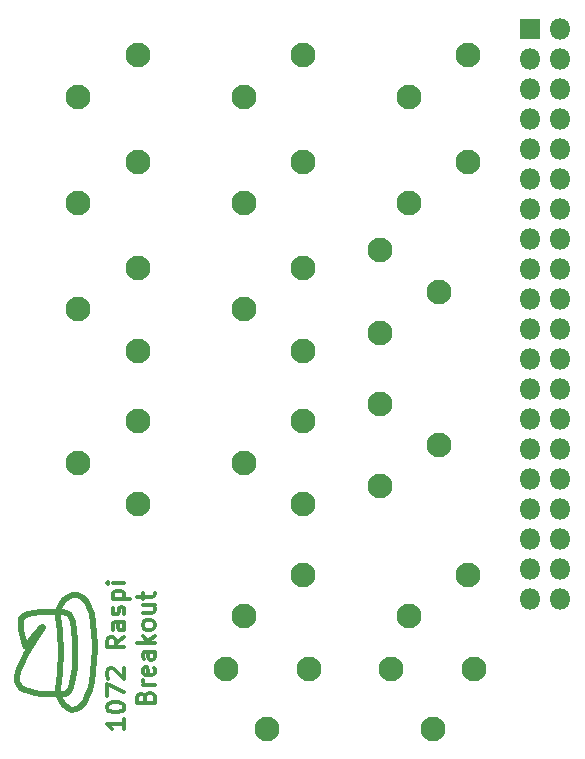
<source format=gbr>
%TF.GenerationSoftware,KiCad,Pcbnew,(5.1.6)-1*%
%TF.CreationDate,2022-01-17T21:19:15-08:00*%
%TF.ProjectId,PCB,5043422e-6b69-4636-9164-5f7063625858,rev?*%
%TF.SameCoordinates,Original*%
%TF.FileFunction,Soldermask,Top*%
%TF.FilePolarity,Negative*%
%FSLAX46Y46*%
G04 Gerber Fmt 4.6, Leading zero omitted, Abs format (unit mm)*
G04 Created by KiCad (PCBNEW (5.1.6)-1) date 2022-01-17 21:19:15*
%MOMM*%
%LPD*%
G01*
G04 APERTURE LIST*
%ADD10C,0.480000*%
%ADD11C,0.300000*%
%ADD12O,1.800000X1.800000*%
%ADD13R,1.800000X1.800000*%
%ADD14C,2.100000*%
G04 APERTURE END LIST*
D10*
X117982480Y-109445080D02*
X117506160Y-109546040D01*
X121473360Y-113041240D02*
X121473360Y-113041240D01*
X121472080Y-113176280D02*
X121473360Y-113041240D01*
X120787840Y-116207280D02*
X120904800Y-116129800D01*
X120129840Y-116513480D02*
X120111160Y-116431440D01*
X121458600Y-113580760D02*
X121472080Y-113176280D01*
X120604680Y-116287360D02*
X120787840Y-116207280D01*
X123130276Y-112052320D02*
X123129188Y-112332480D01*
X121375280Y-114577920D02*
X121425400Y-114096360D01*
X121310160Y-115014360D02*
X121375280Y-114577920D01*
X121611400Y-107959200D02*
X121896560Y-108034760D01*
X121232280Y-115395200D02*
X121310160Y-115014360D01*
X120938200Y-116098120D02*
X120971000Y-116067280D01*
X121044320Y-115947720D02*
X121142880Y-115709880D01*
X120904800Y-116129800D02*
X120938200Y-116098120D01*
X120381600Y-116356160D02*
X120604680Y-116287360D01*
X123004840Y-110283200D02*
X123099028Y-111211000D01*
X121142880Y-115709880D02*
X121232280Y-115395200D01*
X121240720Y-117644120D02*
X120988800Y-117590736D01*
X122704712Y-115978520D02*
X122500932Y-116536680D01*
X122856188Y-109534520D02*
X123004840Y-110283200D01*
X123095556Y-113473760D02*
X123008968Y-114456000D01*
X121896560Y-108034760D02*
X122172812Y-108215080D01*
X123099028Y-111211000D02*
X123130276Y-112052320D01*
X122661744Y-108950320D02*
X122856188Y-109534520D01*
X120971000Y-116067280D02*
X121044320Y-115947720D01*
X120178440Y-116412360D02*
X120381600Y-116356160D01*
X122271768Y-116970720D02*
X122024156Y-117289720D01*
X121326240Y-107974000D02*
X121611400Y-107959200D01*
X119467080Y-109364000D02*
X119017880Y-109365480D01*
X121765240Y-117502412D02*
X121501800Y-117617644D01*
X116910440Y-109927520D02*
X116867280Y-110018240D01*
X118504600Y-109388720D02*
X117982480Y-109445080D01*
X119920000Y-109378240D02*
X119797600Y-109372880D01*
X120753320Y-117465960D02*
X120540640Y-117279120D01*
X122430840Y-108515440D02*
X122661744Y-108950320D01*
X119017880Y-109365480D02*
X118504600Y-109388720D01*
X119954480Y-109380440D02*
X119920000Y-109378240D01*
X121425400Y-114096360D02*
X121458600Y-113580760D01*
X120358360Y-117038440D02*
X120212760Y-116753040D01*
X122500932Y-116536680D02*
X122271768Y-116970720D01*
X123128104Y-112617880D02*
X123095556Y-113473760D01*
X121501800Y-117617644D02*
X121240720Y-117644120D01*
X123008968Y-114456000D02*
X122876368Y-115288000D01*
X123129188Y-112332480D02*
X123128104Y-112617880D01*
X119797600Y-109372880D02*
X119467080Y-109364000D01*
X120111160Y-116431440D02*
X120178440Y-116412360D01*
X122024156Y-117289720D02*
X121765240Y-117502412D01*
X122876368Y-115288000D02*
X122704712Y-115978520D01*
X120988800Y-117590736D02*
X120753320Y-117465960D01*
X120212760Y-116753040D02*
X120129840Y-116513480D01*
X120540640Y-117279120D02*
X120358360Y-117038440D01*
X122172812Y-108215080D02*
X122430840Y-108515440D01*
X116867280Y-110018240D02*
X116849440Y-110343160D01*
X116942080Y-109860480D02*
X116910440Y-109927520D01*
X117130480Y-109703160D02*
X116942080Y-109860480D01*
X117506160Y-109546040D02*
X117130480Y-109703160D01*
X121473360Y-113041240D02*
X121475760Y-112735480D01*
X120102280Y-109297760D02*
X120131760Y-109124600D01*
X120181920Y-109365920D02*
X120104200Y-109355040D01*
X121395680Y-110909760D02*
X121284800Y-110268720D01*
X121128960Y-109845720D02*
X120930640Y-109591800D01*
X120692120Y-109458160D02*
X120415880Y-109395440D01*
X121284800Y-110268720D02*
X121128960Y-109845720D01*
X121459280Y-111817720D02*
X121395680Y-110909760D01*
X121050640Y-108063800D02*
X121326240Y-107974000D01*
X120930640Y-109591800D02*
X120692120Y-109458160D01*
X120793240Y-108214440D02*
X121050640Y-108063800D01*
X120104200Y-109355040D02*
X120102280Y-109297760D01*
X121475760Y-112735480D02*
X121459280Y-111817720D01*
X120563640Y-108410600D02*
X120793240Y-108214440D01*
X120370720Y-108637360D02*
X120563640Y-108410600D01*
X120223840Y-108880440D02*
X120370720Y-108637360D01*
X120131760Y-109124600D02*
X120223840Y-108880440D01*
X120415880Y-109395440D02*
X120181920Y-109365920D01*
X116849440Y-110343160D02*
X116921480Y-110937320D01*
X117241160Y-112145200D02*
X117299120Y-112316880D01*
X117085160Y-111624160D02*
X117241160Y-112145200D01*
X116921480Y-110937320D02*
X117085160Y-111624160D01*
X116546280Y-114803200D02*
X116525280Y-115139760D01*
X118703840Y-110693800D02*
X118779600Y-110676280D01*
X117361840Y-112241520D02*
X117525640Y-112038440D01*
X119959480Y-109379600D02*
X119958360Y-109379360D01*
X119958360Y-109379360D02*
X119953440Y-109379360D01*
X117206000Y-115970280D02*
X117573880Y-116115240D01*
X117299120Y-112316880D02*
X117299120Y-112316880D01*
X118659160Y-110840760D02*
X117545000Y-112545600D01*
X119970560Y-109383720D02*
X119959480Y-109379600D01*
X119782000Y-116359200D02*
X119969480Y-116362640D01*
X117525640Y-112038440D02*
X117757440Y-111753040D01*
X117333600Y-112915160D02*
X117027440Y-113498920D01*
X116918280Y-115779760D02*
X117206000Y-115970280D01*
X120169320Y-114513720D02*
X120236360Y-112734360D01*
X116525280Y-115139760D02*
X116559080Y-115237640D01*
X117443000Y-112721800D02*
X117443000Y-112724640D01*
X119219720Y-116338560D02*
X119782000Y-116359200D01*
X119969480Y-116362640D02*
X120034560Y-115902600D01*
X116715560Y-114207720D02*
X116546280Y-114803200D01*
X117027440Y-113498920D02*
X116715560Y-114207720D01*
X118779600Y-110676280D02*
X118659160Y-110840760D01*
X117299120Y-112316880D02*
X117361840Y-112241520D01*
X120034560Y-115902600D02*
X120169320Y-114513720D01*
X119954480Y-109380440D02*
X119954480Y-109380440D01*
X116559080Y-115237640D02*
X116586000Y-115316000D01*
X119953440Y-109379360D02*
X119954480Y-109380440D01*
X119971640Y-109384360D02*
X119970560Y-109383720D01*
X118530640Y-110855480D02*
X118703840Y-110693800D01*
X120236360Y-112734360D02*
X120170440Y-111024520D01*
X118028040Y-116220960D02*
X118574720Y-116293440D01*
X118293280Y-111116160D02*
X118530640Y-110855480D01*
X117545000Y-112545600D02*
X117443000Y-112721800D01*
X117443000Y-112724640D02*
X117333600Y-112915160D01*
X117573880Y-116115240D02*
X118028040Y-116220960D01*
X120038920Y-109791480D02*
X119971640Y-109384360D01*
X120170440Y-111024520D02*
X120038920Y-109791480D01*
X118574720Y-116293440D02*
X119219720Y-116338560D01*
X116704720Y-115537600D02*
X116918280Y-115779760D01*
X118024360Y-111430360D02*
X118293280Y-111116160D01*
X118779600Y-110676280D02*
X118779600Y-110676280D01*
X117757440Y-111753040D02*
X118024360Y-111430360D01*
X116586000Y-115316000D02*
X116704720Y-115537600D01*
D11*
X125641571Y-118450571D02*
X125641571Y-119307714D01*
X125641571Y-118879142D02*
X124141571Y-118879142D01*
X124355857Y-119022000D01*
X124498714Y-119164857D01*
X124570142Y-119307714D01*
X124141571Y-117522000D02*
X124141571Y-117379142D01*
X124213000Y-117236285D01*
X124284428Y-117164857D01*
X124427285Y-117093428D01*
X124713000Y-117022000D01*
X125070142Y-117022000D01*
X125355857Y-117093428D01*
X125498714Y-117164857D01*
X125570142Y-117236285D01*
X125641571Y-117379142D01*
X125641571Y-117522000D01*
X125570142Y-117664857D01*
X125498714Y-117736285D01*
X125355857Y-117807714D01*
X125070142Y-117879142D01*
X124713000Y-117879142D01*
X124427285Y-117807714D01*
X124284428Y-117736285D01*
X124213000Y-117664857D01*
X124141571Y-117522000D01*
X124141571Y-116522000D02*
X124141571Y-115522000D01*
X125641571Y-116164857D01*
X124284428Y-115022000D02*
X124213000Y-114950571D01*
X124141571Y-114807714D01*
X124141571Y-114450571D01*
X124213000Y-114307714D01*
X124284428Y-114236285D01*
X124427285Y-114164857D01*
X124570142Y-114164857D01*
X124784428Y-114236285D01*
X125641571Y-115093428D01*
X125641571Y-114164857D01*
X125641571Y-111522000D02*
X124927285Y-112022000D01*
X125641571Y-112379142D02*
X124141571Y-112379142D01*
X124141571Y-111807714D01*
X124213000Y-111664857D01*
X124284428Y-111593428D01*
X124427285Y-111522000D01*
X124641571Y-111522000D01*
X124784428Y-111593428D01*
X124855857Y-111664857D01*
X124927285Y-111807714D01*
X124927285Y-112379142D01*
X125641571Y-110236285D02*
X124855857Y-110236285D01*
X124713000Y-110307714D01*
X124641571Y-110450571D01*
X124641571Y-110736285D01*
X124713000Y-110879142D01*
X125570142Y-110236285D02*
X125641571Y-110379142D01*
X125641571Y-110736285D01*
X125570142Y-110879142D01*
X125427285Y-110950571D01*
X125284428Y-110950571D01*
X125141571Y-110879142D01*
X125070142Y-110736285D01*
X125070142Y-110379142D01*
X124998714Y-110236285D01*
X125570142Y-109593428D02*
X125641571Y-109450571D01*
X125641571Y-109164857D01*
X125570142Y-109022000D01*
X125427285Y-108950571D01*
X125355857Y-108950571D01*
X125213000Y-109022000D01*
X125141571Y-109164857D01*
X125141571Y-109379142D01*
X125070142Y-109522000D01*
X124927285Y-109593428D01*
X124855857Y-109593428D01*
X124713000Y-109522000D01*
X124641571Y-109379142D01*
X124641571Y-109164857D01*
X124713000Y-109022000D01*
X124641571Y-108307714D02*
X126141571Y-108307714D01*
X124713000Y-108307714D02*
X124641571Y-108164857D01*
X124641571Y-107879142D01*
X124713000Y-107736285D01*
X124784428Y-107664857D01*
X124927285Y-107593428D01*
X125355857Y-107593428D01*
X125498714Y-107664857D01*
X125570142Y-107736285D01*
X125641571Y-107879142D01*
X125641571Y-108164857D01*
X125570142Y-108307714D01*
X125641571Y-106950571D02*
X124641571Y-106950571D01*
X124141571Y-106950571D02*
X124213000Y-107022000D01*
X124284428Y-106950571D01*
X124213000Y-106879142D01*
X124141571Y-106950571D01*
X124284428Y-106950571D01*
X127405857Y-116593428D02*
X127477285Y-116379142D01*
X127548714Y-116307714D01*
X127691571Y-116236285D01*
X127905857Y-116236285D01*
X128048714Y-116307714D01*
X128120142Y-116379142D01*
X128191571Y-116522000D01*
X128191571Y-117093428D01*
X126691571Y-117093428D01*
X126691571Y-116593428D01*
X126763000Y-116450571D01*
X126834428Y-116379142D01*
X126977285Y-116307714D01*
X127120142Y-116307714D01*
X127263000Y-116379142D01*
X127334428Y-116450571D01*
X127405857Y-116593428D01*
X127405857Y-117093428D01*
X128191571Y-115593428D02*
X127191571Y-115593428D01*
X127477285Y-115593428D02*
X127334428Y-115522000D01*
X127263000Y-115450571D01*
X127191571Y-115307714D01*
X127191571Y-115164857D01*
X128120142Y-114093428D02*
X128191571Y-114236285D01*
X128191571Y-114522000D01*
X128120142Y-114664857D01*
X127977285Y-114736285D01*
X127405857Y-114736285D01*
X127263000Y-114664857D01*
X127191571Y-114522000D01*
X127191571Y-114236285D01*
X127263000Y-114093428D01*
X127405857Y-114022000D01*
X127548714Y-114022000D01*
X127691571Y-114736285D01*
X128191571Y-112736285D02*
X127405857Y-112736285D01*
X127263000Y-112807714D01*
X127191571Y-112950571D01*
X127191571Y-113236285D01*
X127263000Y-113379142D01*
X128120142Y-112736285D02*
X128191571Y-112879142D01*
X128191571Y-113236285D01*
X128120142Y-113379142D01*
X127977285Y-113450571D01*
X127834428Y-113450571D01*
X127691571Y-113379142D01*
X127620142Y-113236285D01*
X127620142Y-112879142D01*
X127548714Y-112736285D01*
X128191571Y-112022000D02*
X126691571Y-112022000D01*
X127620142Y-111879142D02*
X128191571Y-111450571D01*
X127191571Y-111450571D02*
X127763000Y-112022000D01*
X128191571Y-110593428D02*
X128120142Y-110736285D01*
X128048714Y-110807714D01*
X127905857Y-110879142D01*
X127477285Y-110879142D01*
X127334428Y-110807714D01*
X127263000Y-110736285D01*
X127191571Y-110593428D01*
X127191571Y-110379142D01*
X127263000Y-110236285D01*
X127334428Y-110164857D01*
X127477285Y-110093428D01*
X127905857Y-110093428D01*
X128048714Y-110164857D01*
X128120142Y-110236285D01*
X128191571Y-110379142D01*
X128191571Y-110593428D01*
X127191571Y-108807714D02*
X128191571Y-108807714D01*
X127191571Y-109450571D02*
X127977285Y-109450571D01*
X128120142Y-109379142D01*
X128191571Y-109236285D01*
X128191571Y-109022000D01*
X128120142Y-108879142D01*
X128048714Y-108807714D01*
X127191571Y-108307714D02*
X127191571Y-107736285D01*
X126691571Y-108093428D02*
X127977285Y-108093428D01*
X128120142Y-108022000D01*
X128191571Y-107879142D01*
X128191571Y-107736285D01*
D12*
%TO.C,J7*%
X162540000Y-108260000D03*
X160000000Y-108260000D03*
X162540000Y-105720000D03*
X160000000Y-105720000D03*
X162540000Y-103180000D03*
X160000000Y-103180000D03*
X162540000Y-100640000D03*
X160000000Y-100640000D03*
X162540000Y-98100000D03*
X160000000Y-98100000D03*
X162540000Y-95560000D03*
X160000000Y-95560000D03*
X162540000Y-93020000D03*
X160000000Y-93020000D03*
X162540000Y-90480000D03*
X160000000Y-90480000D03*
X162540000Y-87940000D03*
X160000000Y-87940000D03*
X162540000Y-85400000D03*
X160000000Y-85400000D03*
X162540000Y-82860000D03*
X160000000Y-82860000D03*
X162540000Y-80320000D03*
X160000000Y-80320000D03*
X162540000Y-77780000D03*
X160000000Y-77780000D03*
X162540000Y-75240000D03*
X160000000Y-75240000D03*
X162540000Y-72700000D03*
X160000000Y-72700000D03*
X162540000Y-70160000D03*
X160000000Y-70160000D03*
X162540000Y-67620000D03*
X160000000Y-67620000D03*
X162540000Y-65080000D03*
X160000000Y-65080000D03*
X162540000Y-62540000D03*
X160000000Y-62540000D03*
X162540000Y-60000000D03*
D13*
X160000000Y-60000000D03*
%TD*%
D14*
%TO.C,J17*%
X149750000Y-74750000D03*
X154750000Y-71250000D03*
%TD*%
%TO.C,J16*%
X149750000Y-65750000D03*
X154750000Y-62250000D03*
%TD*%
%TO.C,J15*%
X135750000Y-74750000D03*
X140750000Y-71250000D03*
%TD*%
%TO.C,J14*%
X135750000Y-65750000D03*
X140750000Y-62250000D03*
%TD*%
%TO.C,J13*%
X149750000Y-109750000D03*
X154750000Y-106250000D03*
%TD*%
%TO.C,J12*%
X121750000Y-74750000D03*
X126750000Y-71250000D03*
%TD*%
%TO.C,J11*%
X121750000Y-65750000D03*
X126750000Y-62250000D03*
%TD*%
%TO.C,J10*%
X140750000Y-87250000D03*
X135750000Y-83750000D03*
X140750000Y-80250000D03*
%TD*%
%TO.C,J9*%
X140750000Y-100250000D03*
X135750000Y-96750000D03*
X140750000Y-93250000D03*
%TD*%
%TO.C,J8*%
X141250000Y-114250000D03*
X137750000Y-119250000D03*
X134250000Y-114250000D03*
%TD*%
%TO.C,J6*%
X147250000Y-91750000D03*
X152250000Y-95250000D03*
X147250000Y-98750000D03*
%TD*%
%TO.C,J5*%
X155250000Y-114250000D03*
X151750000Y-119250000D03*
X148250000Y-114250000D03*
%TD*%
%TO.C,J4*%
X147250000Y-78750000D03*
X152250000Y-82250000D03*
X147250000Y-85750000D03*
%TD*%
%TO.C,J3*%
X126750000Y-100250000D03*
X121750000Y-96750000D03*
X126750000Y-93250000D03*
%TD*%
%TO.C,J2*%
X126750000Y-87250000D03*
X121750000Y-83750000D03*
X126750000Y-80250000D03*
%TD*%
%TO.C,J1*%
X135750000Y-109750000D03*
X140750000Y-106250000D03*
%TD*%
M02*

</source>
